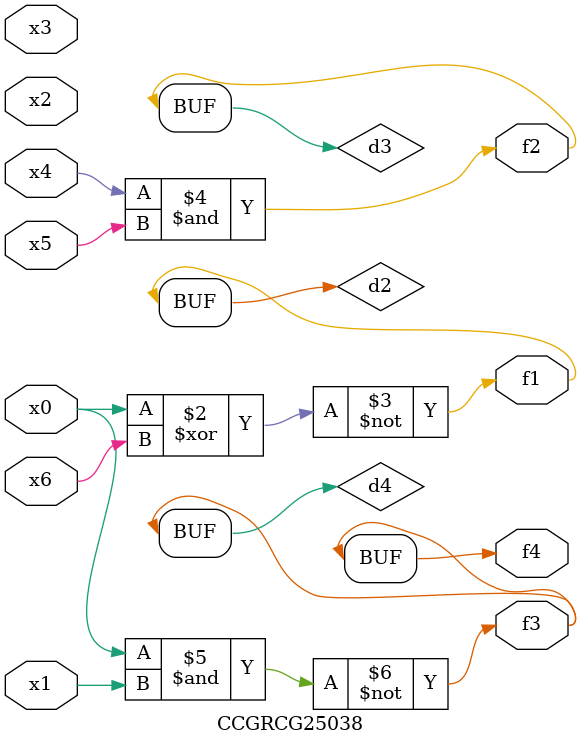
<source format=v>
module CCGRCG25038(
	input x0, x1, x2, x3, x4, x5, x6,
	output f1, f2, f3, f4
);

	wire d1, d2, d3, d4;

	nor (d1, x0);
	xnor (d2, x0, x6);
	and (d3, x4, x5);
	nand (d4, x0, x1);
	assign f1 = d2;
	assign f2 = d3;
	assign f3 = d4;
	assign f4 = d4;
endmodule

</source>
